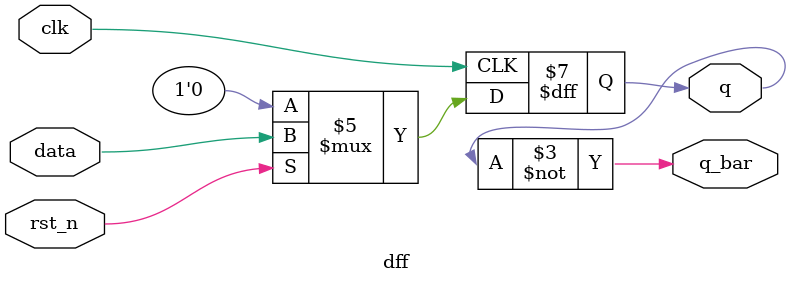
<source format=sv>
module dff( input clk, input rst_n, input data, output reg q, output q_bar);
  
  always @(posedge clk) begin
  
    if(!rst_n)
    
      q <= 1'b0;
  	
    else
    	
      q <= data;
  
  end
  
  assign q_bar = ~q;

endmodule
  

</source>
